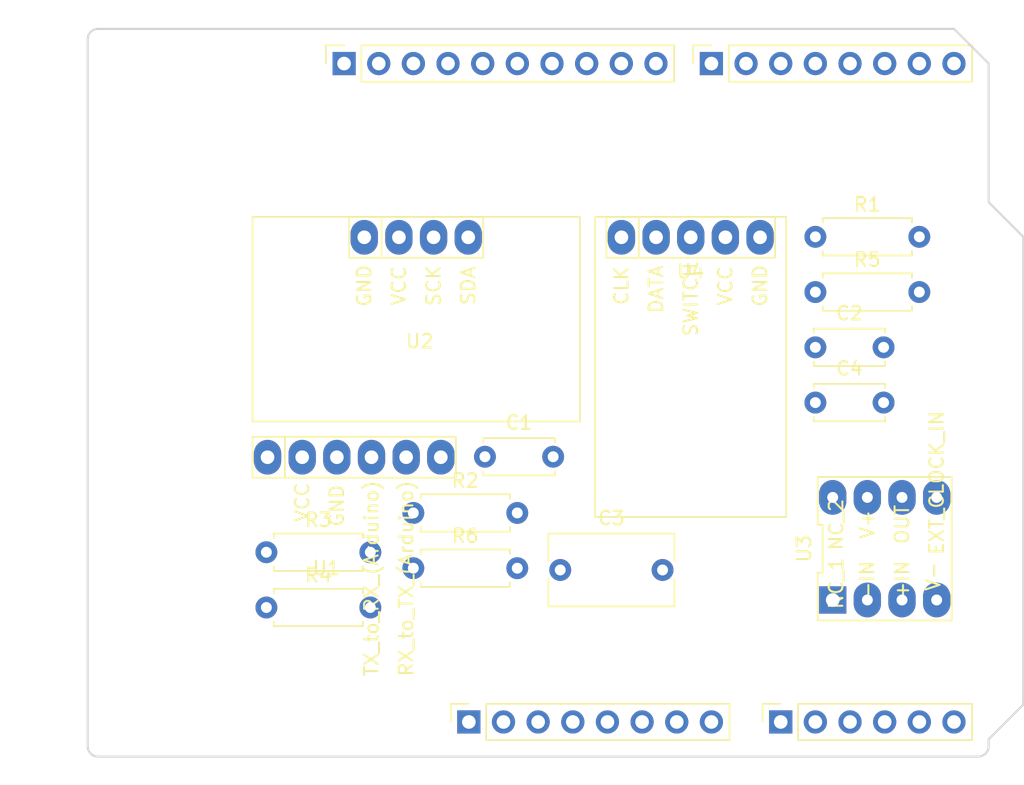
<source format=kicad_pcb>
(kicad_pcb (version 20211014) (generator pcbnew)
  (title_block (date "mar. 31 mars 2015"))
  (layers (0 "F.Cu" signal) (31 "B.Cu" signal) (34 "B.Paste" user) (35 "F.Paste" user) (36 "B.SilkS" user "B.Silkscreen") (37 "F.SilkS" user "F.Silkscreen") (38 "B.Mask" user) (39 "F.Mask" user) (44 "Edge.Cuts" user))
  (net 0 "")
  (net 1 "GND")
  (net 3 "+5V")
  (net 4 "/IOREF")
  (net 5 "Net-(R1-Pad1)")
  (net 6 "/A1")
  (net 7 "/A2")
  (net 8 "/A3")
  (net 9 "IN+")
  (net 10 "Net-(C3-Pad1)")
  (net 11 "/13")
  (net 12 "/12")
  (net 13 "/AREF")
  (net 14 "/8")
  (net 15 "/7")
  (net 16 "IN-")
  (net 17 "ADC")
  (net 18 "/*9")
  (net 19 "SCL")
  (net 20 "/2")
  (net 21 "/*6")
  (net 22 "SDA")
  (net 23 "/TX{slash}1")
  (net 24 "CLK")
  (net 25 "/RX{slash}0")
  (net 26 "+3V3")
  (net 27 "VCC")
  (net 28 "/~{RESET}")
  (net 29 "DATA")
  (net 30 "SWITCH")
  (net 32 "TX_RX")
  (net 33 "RX_TX")
  (footprint "Connector_PinSocket_2.54mm:PinSocket_1x08_P2.54mm_Vertical" (layer "F.Cu") (at 127.94 97.46 90)
    (fp_text reference "J1" hide)
    (fp_text value "Power")
    (fp_line (start -1.33 19.11) (end 1.33 19.11) (layer "F.SilkS") (width 0.12))
    (fp_line (start 1.33 1.27) (end 1.33 19.11) (layer "F.SilkS") (width 0.12))
    (fp_line (start -1.33 1.27) (end 1.33 1.27) (layer "F.SilkS") (width 0.12))
    (fp_line (start 0 -1.33) (end 1.33 -1.33) (layer "F.SilkS") (width 0.12))
    (fp_line (start 1.33 -1.33) (end 1.33 0) (layer "F.SilkS") (width 0.12))
    (fp_line (start -1.33 1.27) (end -1.33 19.11) (layer "F.SilkS") (width 0.12))
    (pad "1" thru_hole rect locked (at 0 0 90) (size 1.7 1.7) (drill 1) (layers *.Cu *.Mask))
    (pad "2" thru_hole oval locked (at 0 2.54 90) (size 1.7 1.7) (drill 1) (layers *.Cu *.Mask) (net 4 "/IOREF"))
    (pad "3" thru_hole oval locked (at 0 5.08 90) (size 1.7 1.7) (drill 1) (layers *.Cu *.Mask) (net 28 "/~{RESET}"))
    (pad "4" thru_hole oval locked (at 0 7.62 90) (size 1.7 1.7) (drill 1) (layers *.Cu *.Mask) (net 26 "+3V3"))
    (pad "5" thru_hole oval locked (at 0 10.16 90) (size 1.7 1.7) (drill 1) (layers *.Cu *.Mask) (net 3 "+5V"))
    (pad "6" thru_hole oval locked (at 0 12.7 90) (size 1.7 1.7) (drill 1) (layers *.Cu *.Mask) (net 1 "GND"))
    (pad "7" thru_hole oval locked (at 0 15.24 90) (size 1.7 1.7) (drill 1) (layers *.Cu *.Mask) (net 1 "GND"))
    (pad "8" thru_hole oval locked (at 0 17.78 90) (size 1.7 1.7) (drill 1) (layers *.Cu *.Mask) (net 27 "VCC"))
  )
  (footprint "Connector_PinSocket_2.54mm:PinSocket_1x06_P2.54mm_Vertical" (layer "F.Cu") (at 150.8 97.46 90)
    (fp_text reference "J3" hide)
    (fp_text value "Analog")
    (fp_line (start 1.33 1.27) (end 1.33 14.03) (layer "F.SilkS") (width 0.12))
    (fp_line (start 0 -1.33) (end 1.33 -1.33) (layer "F.SilkS") (width 0.12))
    (fp_line (start -1.33 1.27) (end 1.33 1.27) (layer "F.SilkS") (width 0.12))
    (fp_line (start -1.33 1.27) (end -1.33 14.03) (layer "F.SilkS") (width 0.12))
    (fp_line (start -1.33 14.03) (end 1.33 14.03) (layer "F.SilkS") (width 0.12))
    (fp_line (start 1.33 -1.33) (end 1.33 0) (layer "F.SilkS") (width 0.12))
    (pad "1" thru_hole rect locked (at 0 0 90) (size 1.7 1.7) (drill 1) (layers *.Cu *.Mask) (net 17 "ADC"))
    (pad "2" thru_hole oval locked (at 0 2.54 90) (size 1.7 1.7) (drill 1) (layers *.Cu *.Mask) (net 6 "/A1"))
    (pad "3" thru_hole oval locked (at 0 5.08 90) (size 1.7 1.7) (drill 1) (layers *.Cu *.Mask) (net 7 "/A2"))
    (pad "4" thru_hole oval locked (at 0 7.62 90) (size 1.7 1.7) (drill 1) (layers *.Cu *.Mask) (net 8 "/A3"))
    (pad "5" thru_hole oval locked (at 0 10.16 90) (size 1.7 1.7) (drill 1) (layers *.Cu *.Mask) (net 22 "SDA"))
    (pad "6" thru_hole oval locked (at 0 12.7 90) (size 1.7 1.7) (drill 1) (layers *.Cu *.Mask) (net 19 "SCL"))
  )
  (footprint "Connector_PinSocket_2.54mm:PinSocket_1x10_P2.54mm_Vertical" (layer "F.Cu") (at 118.796 49.2 90)
    (fp_text reference "J2" hide)
    (fp_text value "Digital/PWM")
    (fp_line (start -1.33 24.19) (end 1.33 24.19) (layer "F.SilkS") (width 0.12))
    (fp_line (start -1.33 1.27) (end -1.33 24.19) (layer "F.SilkS") (width 0.12))
    (fp_line (start 1.33 -1.33) (end 1.33 0) (layer "F.SilkS") (width 0.12))
    (fp_line (start 0 -1.33) (end 1.33 -1.33) (layer "F.SilkS") (width 0.12))
    (fp_line (start 1.33 1.27) (end 1.33 24.19) (layer "F.SilkS") (width 0.12))
    (fp_line (start -1.33 1.27) (end 1.33 1.27) (layer "F.SilkS") (width 0.12))
    (pad "1" thru_hole rect locked (at 0 0 90) (size 1.7 1.7) (drill 1) (layers *.Cu *.Mask) (net 19 "SCL"))
    (pad "2" thru_hole oval locked (at 0 2.54 90) (size 1.7 1.7) (drill 1) (layers *.Cu *.Mask) (net 22 "SDA"))
    (pad "3" thru_hole oval locked (at 0 5.08 90) (size 1.7 1.7) (drill 1) (layers *.Cu *.Mask) (net 13 "/AREF"))
    (pad "4" thru_hole oval locked (at 0 7.62 90) (size 1.7 1.7) (drill 1) (layers *.Cu *.Mask) (net 1 "GND"))
    (pad "5" thru_hole oval locked (at 0 10.16 90) (size 1.7 1.7) (drill 1) (layers *.Cu *.Mask) (net 11 "/13"))
    (pad "6" thru_hole oval locked (at 0 12.7 90) (size 1.7 1.7) (drill 1) (layers *.Cu *.Mask) (net 12 "/12"))
    (pad "7" thru_hole oval locked (at 0 15.24 90) (size 1.7 1.7) (drill 1) (layers *.Cu *.Mask) (net 33 "RX_TX"))
    (pad "8" thru_hole oval locked (at 0 17.78 90) (size 1.7 1.7) (drill 1) (layers *.Cu *.Mask) (net 32 "TX_RX"))
    (pad "9" thru_hole oval locked (at 0 20.32 90) (size 1.7 1.7) (drill 1) (layers *.Cu *.Mask) (net 18 "/*9"))
    (pad "10" thru_hole oval locked (at 0 22.86 90) (size 1.7 1.7) (drill 1) (layers *.Cu *.Mask) (net 14 "/8"))
  )
  (footprint "Connector_PinSocket_2.54mm:PinSocket_1x08_P2.54mm_Vertical" (layer "F.Cu") (at 145.72 49.2 90)
    (fp_text reference "J4" hide)
    (fp_text value "Digital/PWM")
    (fp_line (start -1.33 19.11) (end 1.33 19.11) (layer "F.SilkS") (width 0.12))
    (fp_line (start -1.33 1.27) (end -1.33 19.11) (layer "F.SilkS") (width 0.12))
    (fp_line (start 0 -1.33) (end 1.33 -1.33) (layer "F.SilkS") (width 0.12))
    (fp_line (start -1.33 1.27) (end 1.33 1.27) (layer "F.SilkS") (width 0.12))
    (fp_line (start 1.33 -1.33) (end 1.33 0) (layer "F.SilkS") (width 0.12))
    (fp_line (start 1.33 1.27) (end 1.33 19.11) (layer "F.SilkS") (width 0.12))
    (pad "1" thru_hole rect locked (at 0 0 90) (size 1.7 1.7) (drill 1) (layers *.Cu *.Mask) (net 15 "/7"))
    (pad "2" thru_hole oval locked (at 0 2.54 90) (size 1.7 1.7) (drill 1) (layers *.Cu *.Mask) (net 21 "/*6"))
    (pad "3" thru_hole oval locked (at 0 5.08 90) (size 1.7 1.7) (drill 1) (layers *.Cu *.Mask) (net 30 "SWITCH"))
    (pad "4" thru_hole oval locked (at 0 7.62 90) (size 1.7 1.7) (drill 1) (layers *.Cu *.Mask) (net 29 "DATA"))
    (pad "5" thru_hole oval locked (at 0 10.16 90) (size 1.7 1.7) (drill 1) (layers *.Cu *.Mask) (net 24 "CLK"))
    (pad "6" thru_hole oval locked (at 0 12.7 90) (size 1.7 1.7) (drill 1) (layers *.Cu *.Mask) (net 20 "/2"))
    (pad "7" thru_hole oval locked (at 0 15.24 90) (size 1.7 1.7) (drill 1) (layers *.Cu *.Mask) (net 23 "/TX{slash}1"))
    (pad "8" thru_hole oval locked (at 0 17.78 90) (size 1.7 1.7) (drill 1) (layers *.Cu *.Mask) (net 25 "/RX{slash}0"))
  )
  (footprint "Capacitor_THT:C_Rect_L9.0mm_W5.1mm_P7.50mm_MKT" (layer "F.Cu") (at 134.64 86.32)
    (fp_text reference "C3" (at 3.75 -3.8) (layer "F.SilkS"))
    (fp_text value "1u")
    (fp_line (start -0.87 -2.67) (end 8.37 -2.67) (layer "F.SilkS") (width 0.12))
    (fp_line (start 8.37 -2.67) (end 8.37 -0.665) (layer "F.SilkS") (width 0.12))
    (fp_line (start -0.87 0.665) (end -0.87 2.67) (layer "F.SilkS") (width 0.12))
    (fp_line (start -0.87 -2.67) (end -0.87 -0.665) (layer "F.SilkS") (width 0.12))
    (fp_line (start -0.87 2.67) (end 8.37 2.67) (layer "F.SilkS") (width 0.12))
    (fp_line (start 8.37 0.665) (end 8.37 2.67) (layer "F.SilkS") (width 0.12))
    (pad "1" thru_hole circle (at 0 0) (size 1.6 1.6) (drill 0.8) (layers *.Cu *.Mask) (net 10 "Net-(C3-Pad1)"))
    (pad "2" thru_hole circle (at 7.5 0) (size 1.6 1.6) (drill 0.8) (layers *.Cu *.Mask) (net 16 "IN-"))
  )
  (footprint "Resistor_THT:R_Axial_DIN0207_L6.3mm_D2.5mm_P7.62mm_Horizontal" (layer "F.Cu") (at 123.87 86.19)
    (fp_text reference "R6" (at 3.81 -2.37) (layer "F.SilkS"))
    (fp_text value "1k")
    (fp_line (start 7.08 1.37) (end 7.08 1.04) (layer "F.SilkS") (width 0.12))
    (fp_line (start 0.54 1.04) (end 0.54 1.37) (layer "F.SilkS") (width 0.12))
    (fp_line (start 0.54 1.37) (end 7.08 1.37) (layer "F.SilkS") (width 0.12))
    (fp_line (start 7.08 -1.37) (end 7.08 -1.04) (layer "F.SilkS") (width 0.12))
    (fp_line (start 0.54 -1.37) (end 7.08 -1.37) (layer "F.SilkS") (width 0.12))
    (fp_line (start 0.54 -1.04) (end 0.54 -1.37) (layer "F.SilkS") (width 0.12))
    (pad "1" thru_hole circle (at 0 0) (size 1.6 1.6) (drill 0.8) (layers *.Cu *.Mask) (net 16 "IN-"))
    (pad "2" thru_hole oval (at 7.62 0) (size 1.6 1.6) (drill 0.8) (layers *.Cu *.Mask) (net 1 "GND"))
  )
  (footprint "Kicad_capteur:OLED" (layer "F.Cu") (at 124.085 61.935)
    (fp_text reference "U2" (at 0.254 7.62) (layer "F.SilkS"))
    (fp_text value "OLED")
    (fp_text user "VCC" (at -1.27 3.556 90) (layer "F.SilkS"))
    (fp_text user "GND" (at -3.81 3.556 90) (layer "F.SilkS"))
    (fp_text user "SCK" (at 1.27 3.556 90) (layer "F.SilkS"))
    (fp_text user "SDA" (at 3.81 3.556 90) (layer "F.SilkS"))
    (fp_line (start 4.91 1.5) (end -4.91 1.5) (layer "F.SilkS") (width 0.12))
    (fp_line (start -12 13.5) (end 12 13.5) (layer "F.SilkS") (width 0.12))
    (fp_line (start 12 -1.5) (end 12 13.5) (layer "F.SilkS") (width 0.12))
    (fp_line (start -2.54 -1.5) (end -2.54 1.5) (layer "F.SilkS") (width 0.12))
    (fp_line (start -4.91 -1.5) (end 4.91 -1.5) (layer "F.SilkS") (width 0.12))
    (fp_line (start -12 -1.5) (end -12 13.5) (layer "F.SilkS") (width 0.12))
    (fp_line (start 4.91 -1.5) (end 4.91 1.5) (layer "F.SilkS") (width 0.12))
    (fp_line (start -12 -1.5) (end 12 -1.5) (layer "F.SilkS") (width 0.12))
    (fp_line (start -4.91 1.5) (end -4.91 -1.5) (layer "F.SilkS") (width 0.12))
    (pad "1" thru_hole oval locked (at -3.81 0) (size 2 2.54) (drill 1) (layers *.Cu *.Mask) (net 1 "GND"))
    (pad "2" thru_hole oval locked (at -1.27 0) (size 2 2.54) (drill 1) (layers *.Cu *.Mask) (net 27 "VCC"))
    (pad "3" thru_hole oval locked (at 1.27 0) (size 2 2.54) (drill 1) (layers *.Cu *.Mask) (net 19 "SCL"))
    (pad "4" thru_hole oval locked (at 3.81 0) (size 2 2.54) (drill 1) (layers *.Cu *.Mask) (net 22 "SDA"))
  )
  (footprint "Resistor_THT:R_Axial_DIN0207_L6.3mm_D2.5mm_P7.62mm_Horizontal" (layer "F.Cu") (at 123.87 82.14)
    (fp_text reference "R2" (at 3.81 -2.37) (layer "F.SilkS"))
    (fp_text value "10k")
    (fp_line (start 0.54 -1.04) (end 0.54 -1.37) (layer "F.SilkS") (width 0.12))
    (fp_line (start 0.54 1.04) (end 0.54 1.37) (layer "F.SilkS") (width 0.12))
    (fp_line (start 7.08 -1.37) (end 7.08 -1.04) (layer "F.SilkS") (width 0.12))
    (fp_line (start 0.54 1.37) (end 7.08 1.37) (layer "F.SilkS") (width 0.12))
    (fp_line (start 7.08 1.37) (end 7.08 1.04) (layer "F.SilkS") (width 0.12))
    (fp_line (start 0.54 -1.37) (end 7.08 -1.37) (layer "F.SilkS") (width 0.12))
    (pad "1" thru_hole circle (at 0 0) (size 1.6 1.6) (drill 0.8) (layers *.Cu *.Mask) (net 5 "Net-(R1-Pad1)"))
    (pad "2" thru_hole oval (at 7.62 0) (size 1.6 1.6) (drill 0.8) (layers *.Cu *.Mask) (net 9 "IN+"))
  )
  (footprint "Resistor_THT:R_Axial_DIN0207_L6.3mm_D2.5mm_P7.62mm_Horizontal" (layer "F.Cu") (at 113.1 85.02)
    (fp_text reference "R3" (at 3.81 -2.37) (layer "F.SilkS"))
    (fp_text value "100k")
    (fp_line (start 7.08 -1.37) (end 7.08 -1.04) (layer "F.SilkS") (width 0.12))
    (fp_line (start 0.54 1.04) (end 0.54 1.37) (layer "F.SilkS") (width 0.12))
    (fp_line (start 0.54 1.37) (end 7.08 1.37) (layer "F.SilkS") (width 0.12))
    (fp_line (start 7.08 1.37) (end 7.08 1.04) (layer "F.SilkS") (width 0.12))
    (fp_line (start 0.54 -1.37) (end 7.08 -1.37) (layer "F.SilkS") (width 0.12))
    (fp_line (start 0.54 -1.04) (end 0.54 -1.37) (layer "F.SilkS") (width 0.12))
    (pad "1" thru_hole circle (at 0 0) (size 1.6 1.6) (drill 0.8) (layers *.Cu *.Mask) (net 9 "IN+"))
    (pad "2" thru_hole oval (at 7.62 0) (size 1.6 1.6) (drill 0.8) (layers *.Cu *.Mask) (net 1 "GND"))
  )
  (footprint "Kicad_capteur:KY_040" (layer "F.Cu") (at 144.205 61.935)
    (fp_text reference "U4" (at 0 2.5) (layer "F.SilkS"))
    (fp_text value "Encodeur_rotatoire")
    (fp_text user "GND" (at 5.08 3.556 90) (layer "F.SilkS"))
    (fp_text user "CLK" (at -5.08 3.556 90) (layer "F.SilkS"))
    (fp_text user "VCC" (at 2.54 3.556 90) (layer "F.SilkS"))
    (fp_text user "DATA" (at -2.54 3.81 90) (layer "F.SilkS"))
    (fp_text user "SWITCH" (at 0 4.572 90) (layer "F.SilkS"))
    (fp_line (start 6.18 -1.5) (end 6.18 1.5) (layer "F.SilkS") (width 0.12))
    (fp_line (start -6.18 -1.5) (end 6.18 -1.5) (layer "F.SilkS") (width 0.12))
    (fp_line (start 6.18 1.5) (end -6.18 1.5) (layer "F.SilkS") (width 0.12))
    (fp_line (start 7 -1.5) (end 7 20.5) (layer "F.SilkS") (width 0.12))
    (fp_line (start -7 20.5) (end 7 20.5) (layer "F.SilkS") (width 0.12))
    (fp_line (start -6.18 1.5) (end -6.18 -1.5) (layer "F.SilkS") (width 0.12))
    (fp_line (start -7 -1.5) (end 7 -1.5) (layer "F.SilkS") (width 0.12))
    (fp_line (start -7 -1.5) (end -7 20.5) (layer "F.SilkS") (width 0.12))
    (fp_line (start -3.81 -1.5) (end -3.81 1.5) (layer "F.SilkS") (width 0.12))
    (pad "1" thru_hole oval locked (at -5.08 0) (size 2 2.54) (drill 1) (layers *.Cu *.Mask) (net 24 "CLK"))
    (pad "2" thru_hole oval locked (at -2.54 0) (size 2 2.54) (drill 1) (layers *.Cu *.Mask) (net 29 "DATA"))
    (pad "3" thru_hole oval locked (at 0 0) (size 2 2.54) (drill 1) (layers *.Cu *.Mask) (net 30 "SWITCH"))
    (pad "4" thru_hole oval locked (at 2.54 0) (size 2 2.54) (drill 1) (layers *.Cu *.Mask) (net 27 "VCC"))
    (pad "5" thru_hole oval locked (at 5.08 0) (size 2 2.54) (drill 1) (layers *.Cu *.Mask) (net 1 "GND"))
  )
  (footprint "Arduino_MountingHole:MountingHole_3.2mm" (layer "F.Cu") (at 115.24 49.2)
    (fp_text reference "MH1" hide)
    (fp_text value "MountingHole_3.2mm" hide)
    (pad "" np_thru_hole circle locked (at 0 0) (size 3.2 3.2) (drill 3.2) (layers *.Cu *.Mask))
  )
  (footprint "Kicad_capteur:BLUETOOTH_HC05" (layer "F.Cu") (at 119.535 78.055)
    (fp_text reference "U1" (at -2.032 8.128) (layer "F.SilkS"))
    (fp_text value "Bluetooth")
    (fp_text user "GND" (at -1.27 3.556 90) (layer "F.SilkS"))
    (fp_text user "TX_to_RX_(Arduino)" (at 1.27 8.89 90) (layer "F.SilkS"))
    (fp_text user "RX_to_TX_(Arduino)" (at 3.81 8.89 90) (layer "F.SilkS"))
    (fp_text user "VCC" (at -3.81 3.302 90) (layer "F.SilkS"))
    (fp_line (start 7.45 1.5) (end -7.45 1.5) (layer "F.SilkS") (width 0.12))
    (fp_line (start -7.45 1.5) (end -7.45 -1.5) (layer "F.SilkS") (width 0.12))
    (fp_line (start -5.08 -1.5) (end -5.08 1.5) (layer "F.SilkS") (width 0.12))
    (fp_line (start 7.45 -1.5) (end 7.45 1.5) (layer "F.SilkS") (width 0.12))
    (fp_line (start -7.45 -1.5) (end 7.45 -1.5) (layer "F.SilkS") (width 0.12))
    (pad "1" thru_hole oval locked (at -6.35 0) (size 2 2.54) (drill 1) (layers *.Cu *.Mask))
    (pad "2" thru_hole oval locked (at -3.81 0) (size 2 2.54) (drill 1) (layers *.Cu *.Mask) (net 27 "VCC"))
    (pad "3" thru_hole oval locked (at -1.27 0) (size 2 2.54) (drill 1) (layers *.Cu *.Mask) (net 1 "GND"))
    (pad "4" thru_hole oval locked (at 1.27 0) (size 2 2.54) (drill 1) (layers *.Cu *.Mask) (net 32 "TX_RX"))
    (pad "5" thru_hole oval locked (at 3.81 0) (size 2 2.54) (drill 1) (layers *.Cu *.Mask) (net 33 "RX_TX"))
    (pad "6" thru_hole oval locked (at 6.35 0) (size 2 2.54) (drill 1) (layers *.Cu *.Mask))
  )
  (footprint "Capacitor_THT:C_Disc_D5.0mm_W2.5mm_P5.00mm" (layer "F.Cu") (at 153.34 74.05)
    (fp_text reference "C4" (at 2.5 -2.5) (layer "F.SilkS"))
    (fp_text value "100n")
    (fp_line (start -0.12 1.055) (end -0.12 1.37) (layer "F.SilkS") (width 0.12))
    (fp_line (start -0.12 1.37) (end 5.12 1.37) (layer "F.SilkS") (width 0.12))
    (fp_line (start 5.12 1.055) (end 5.12 1.37) (layer "F.SilkS") (width 0.12))
    (fp_line (start -0.12 -1.37) (end -0.12 -1.055) (layer "F.SilkS") (width 0.12))
    (fp_line (start 5.12 -1.37) (end 5.12 -1.055) (layer "F.SilkS") (width 0.12))
    (fp_line (start -0.12 -1.37) (end 5.12 -1.37) (layer "F.SilkS") (width 0.12))
    (pad "1" thru_hole circle (at 0 0) (size 1.6 1.6) (drill 0.8) (layers *.Cu *.Mask) (net 17 "ADC"))
    (pad "2" thru_hole circle (at 5 0) (size 1.6 1.6) (drill 0.8) (layers *.Cu *.Mask) (net 1 "GND"))
  )
  (footprint "Resistor_THT:R_Axial_DIN0207_L6.3mm_D2.5mm_P7.62mm_Horizontal" (layer "F.Cu") (at 153.34 65.95)
    (fp_text reference "R5" (at 3.81 -2.37) (layer "F.SilkS"))
    (fp_text value "1k")
    (fp_line (start 7.08 -1.37) (end 7.08 -1.04) (layer "F.SilkS") (width 0.12))
    (fp_line (start 0.54 1.37) (end 7.08 1.37) (layer "F.SilkS") (width 0.12))
    (fp_line (start 0.54 -1.04) (end 0.54 -1.37) (layer "F.SilkS") (width 0.12))
    (fp_line (start 7.08 1.37) (end 7.08 1.04) (layer "F.SilkS") (width 0.12))
    (fp_line (start 0.54 1.04) (end 0.54 1.37) (layer "F.SilkS") (width 0.12))
    (fp_line (start 0.54 -1.37) (end 7.08 -1.37) (layer "F.SilkS") (width 0.12))
    (pad "1" thru_hole circle (at 0 0) (size 1.6 1.6) (drill 0.8) (layers *.Cu *.Mask) (net 10 "Net-(C3-Pad1)"))
    (pad "2" thru_hole oval (at 7.62 0) (size 1.6 1.6) (drill 0.8) (layers *.Cu *.Mask) (net 17 "ADC"))
  )
  (footprint "Resistor_THT:R_Axial_DIN0207_L6.3mm_D2.5mm_P7.62mm_Horizontal" (layer "F.Cu") (at 153.34 61.9)
    (fp_text reference "R1" (at 3.81 -2.37) (layer "F.SilkS"))
    (fp_text value "10k")
    (fp_line (start 7.08 1.37) (end 7.08 1.04) (layer "F.SilkS") (width 0.12))
    (fp_line (start 0.54 1.04) (end 0.54 1.37) (layer "F.SilkS") (width 0.12))
    (fp_line (start 7.08 -1.37) (end 7.08 -1.04) (layer "F.SilkS") (width 0.12))
    (fp_line (start 0.54 1.37) (end 7.08 1.37) (layer "F.SilkS") (width 0.12))
    (fp_line (start 0.54 -1.04) (end 0.54 -1.37) (layer "F.SilkS") (width 0.12))
    (fp_line (start 0.54 -1.37) (end 7.08 -1.37) (layer "F.SilkS") (width 0.12))
    (pad "1" thru_hole circle (at 0 0) (size 1.6 1.6) (drill 0.8) (layers *.Cu *.Mask) (net 5 "Net-(R1-Pad1)"))
    (pad "2" thru_hole oval (at 7.62 0) (size 1.6 1.6) (drill 0.8) (layers *.Cu *.Mask) (net 3 "+5V"))
  )
  (footprint "Kicad_capteur:LTC1050" (layer "F.Cu") (at 158.42 84.76)
    (fp_text reference "U3" (at -5.91 0 90) (layer "F.SilkS"))
    (fp_text value "LTC1050")
    (fp_text user "+IN" (at 1.27 2.286 90) (layer "F.SilkS"))
    (fp_text user "EXT_CLOCK_IN" (at 3.81 -4.826 90) (layer "F.SilkS"))
    (fp_text user "V-" (at 3.556 2.032 90) (layer "F.SilkS"))
    (fp_text user "-IN" (at -1.27 2.286 90) (layer "F.SilkS"))
    (fp_text user "V+" (at -1.27 -1.778 90) (layer "F.SilkS"))
    (fp_text user "NC_1" (at -3.556 2.54 90) (layer "F.SilkS"))
    (fp_text user "OUT" (at 1.27 -1.778 90) (layer "F.SilkS"))
    (fp_text user "NC_2" (at -3.556 -1.778 90) (layer "F.SilkS"))
    (fp_line (start -4.55 -1.753333) (end -4.55 1.753333) (layer "F.SilkS") (width 0.12))
    (fp_line (start -4.91 -1.753333) (end -4.55 -1.753333) (layer "F.SilkS") (width 0.12))
    (fp_line (start -4.55 1.753333) (end -4.91 1.753333) (layer "F.SilkS") (width 0.12))
    (fp_line (start -4.91 1.753333) (end -4.91 5.26) (layer "F.SilkS") (width 0.12))
    (fp_line (start -4.91 -5.26) (end -4.91 -1.753333) (layer "F.SilkS") (width 0.12))
    (fp_line (start 4.91 5.26) (end 4.91 -5.26) (layer "F.SilkS") (width 0.12))
    (fp_line (start 4.91 -5.26) (end -4.91 -5.26) (layer "F.SilkS") (width 0.12))
    (fp_line (start -4.91 5.26) (end 4.91 5.26) (layer "F.SilkS") (width 0.12))
    (pad "1" thru_hole rect locked (at -3.81 3.76) (size 2 2) (drill 1) (layers *.Cu *.Mask))
    (pad "2" thru_hole oval locked (at -1.27 3.76) (size 2 2.54) (drill 0.8) (layers *.Cu *.Mask) (net 16 "IN-"))
    (pad "3" thru_hole oval locked (at 1.27 3.76) (size 2 2.54) (drill 0.8) (layers *.Cu *.Mask) (net 9 "IN+"))
    (pad "4" thru_hole oval locked (at 3.81 3.76) (size 2 2.54) (drill 0.8) (layers *.Cu *.Mask) (net 1 "GND"))
    (pad "5" thru_hole oval locked (at 3.81 -3.76) (size 2 2.54) (drill 0.8) (layers *.Cu *.Mask))
    (pad "6" thru_hole oval locked (at 1.27 -3.76) (size 2 2.54) (drill 0.8) (layers *.Cu *.Mask) (net 10 "Net-(C3-Pad1)"))
    (pad "7" thru_hole oval locked (at -1.27 -3.76) (size 2 2.54) (drill 0.8) (layers *.Cu *.Mask) (net 3 "+5V"))
    (pad "8" thru_hole oval locked (at -3.81 -3.76) (size 2 2.54) (drill 0.8) (layers *.Cu *.Mask))
  )
  (footprint "Capacitor_THT:C_Disc_D5.0mm_W2.5mm_P5.00mm" (layer "F.Cu") (at 153.34 70)
    (fp_text reference "C2" (at 2.5 -2.5) (layer "F.SilkS"))
    (fp_text value "100n")
    (fp_line (start -0.12 1.37) (end 5.12 1.37) (layer "F.SilkS") (width 0.12))
    (fp_line (start 5.12 -1.37) (end 5.12 -1.055) (layer "F.SilkS") (width 0.12))
    (fp_line (start -0.12 -1.37) (end 5.12 -1.37) (layer "F.SilkS") (width 0.12))
    (fp_line (start -0.12 1.055) (end -0.12 1.37) (layer "F.SilkS") (width 0.12))
    (fp_line (start 5.12 1.055) (end 5.12 1.37) (layer "F.SilkS") (width 0.12))
    (fp_line (start -0.12 -1.37) (end -0.12 -1.055) (layer "F.SilkS") (width 0.12))
    (pad "1" thru_hole circle (at 0 0) (size 1.6 1.6) (drill 0.8) (layers *.Cu *.Mask) (net 3 "+5V"))
    (pad "2" thru_hole circle (at 5 0) (size 1.6 1.6) (drill 0.8) (layers *.Cu *.Mask) (net 1 "GND"))
  )
  (footprint "Capacitor_THT:C_Disc_D5.0mm_W2.5mm_P5.00mm" (layer "F.Cu") (at 129.12 78.02)
    (fp_text reference "C1" (at 2.5 -2.5) (layer "F.SilkS"))
    (fp_text value "100n")
    (fp_line (start -0.12 1.37) (end 5.12 1.37) (layer "F.SilkS") (width 0.12))
    (fp_line (start -0.12 -1.37) (end 5.12 -1.37) (layer "F.SilkS") (width 0.12))
    (fp_line (start 5.12 1.055) (end 5.12 1.37) (layer "F.SilkS") (width 0.12))
    (fp_line (start 5.12 -1.37) (end 5.12 -1.055) (layer "F.SilkS") (width 0.12))
    (fp_line (start -0.12 -1.37) (end -0.12 -1.055) (layer "F.SilkS") (width 0.12))
    (fp_line (start -0.12 1.055) (end -0.12 1.37) (layer "F.SilkS") (width 0.12))
    (pad "1" thru_hole circle (at 0 0) (size 1.6 1.6) (drill 0.8) (layers *.Cu *.Mask) (net 9 "IN+"))
    (pad "2" thru_hole circle (at 5 0) (size 1.6 1.6) (drill 0.8) (layers *.Cu *.Mask) (net 1 "GND"))
  )
  (footprint "Arduino_MountingHole:MountingHole_3.2mm" (layer "F.Cu") (at 113.97 97.46)
    (fp_text reference "MH2" hide)
    (fp_text value "MountingHole_3.2mm" hide)
    (pad "" np_thru_hole circle locked (at 0 0) (size 3.2 3.2) (drill 3.2) (layers *.Cu *.Mask))
  )
  (footprint "Arduino_MountingHole:MountingHole_3.2mm" (layer "F.Cu") (at 166.04 64.44)
    (fp_text reference "MH3" hide)
    (fp_text value "MountingHole_3.2mm" hide)
    (pad "" np_thru_hole circle locked (at 0 0) (size 3.2 3.2) (drill 3.2) (layers *.Cu *.Mask))
  )
  (footprint "Arduino_MountingHole:MountingHole_3.2mm" (layer "F.Cu") (at 166.04 92.38)
    (fp_text reference "MH4" hide)
    (fp_text value "MountingHole_3.2mm" hide)
    (pad "" np_thru_hole circle locked (at 0 0) (size 3.2 3.2) (drill 3.2) (layers *.Cu *.Mask))
  )
  (footprint "Resistor_THT:R_Axial_DIN0207_L6.3mm_D2.5mm_P7.62mm_Horizontal" (layer "F.Cu") (at 113.1 89.07)
    (fp_text reference "R4" (at 3.81 -2.37) (layer "F.SilkS"))
    (fp_text value "100k")
    (fp_line (start 0.54 1.37) (end 7.08 1.37) (layer "F.SilkS") (width 0.12))
    (fp_line (start 0.54 1.04) (end 0.54 1.37) (layer "F.SilkS") (width 0.12))
    (fp_line (start 0.54 -1.37) (end 7.08 -1.37) (layer "F.SilkS") (width 0.12))
    (fp_line (start 0.54 -1.04) (end 0.54 -1.37) (layer "F.SilkS") (width 0.12))
    (fp_line (start 7.08 1.37) (end 7.08 1.04) (layer "F.SilkS") (width 0.12))
    (fp_line (start 7.08 -1.37) (end 7.08 -1.04) (layer "F.SilkS") (width 0.12))
    (pad "1" thru_hole circle (at 0 0) (size 1.6 1.6) (drill 0.8) (layers *.Cu *.Mask) (net 10 "Net-(C3-Pad1)"))
    (pad "2" thru_hole oval (at 7.62 0) (size 1.6 1.6) (drill 0.8) (layers *.Cu *.Mask) (net 16 "IN-"))
  )
  (gr_line (start 166.04 59.36) (end 168.58 61.9) (layer "Edge.Cuts") (width 0.15))
  (gr_line (start 100 99.238) (end 100 47.422) (layer "Edge.Cuts") (width 0.15))
  (gr_line (start 168.58 61.9) (end 168.58 96.19) (layer "Edge.Cuts") (width 0.15))
  (gr_line (start 165.278 100) (end 100.762 100) (layer "Edge.Cuts") (width 0.15))
  (gr_line (start 100.762 46.66) (end 163.5 46.66) (layer "Edge.Cuts") (width 0.15))
  (gr_arc (start 100.762 100) (mid 100.223185 99.776815) (end 100 99.238) (layer "Edge.Cuts") (width 0.15))
  (gr_line (start 168.58 96.19) (end 166.04 98.73) (layer "Edge.Cuts") (width 0.15))
  (gr_line (start 163.5 46.66) (end 166.04 49.2) (layer "Edge.Cuts") (width 0.15))
  (gr_arc (start 166.04 99.238) (mid 165.816815 99.776815) (end 165.278 100) (layer "Edge.Cuts") (width 0.15))
  (gr_line (start 166.04 49.2) (end 166.04 59.36) (layer "Edge.Cuts") (width 0.15))
  (gr_line (start 166.04 98.73) (end 166.04 99.238) (layer "Edge.Cuts") (width 0.15))
  (gr_arc (start 100 47.422) (mid 100.223185 46.883185) (end 100.762 46.66) (layer "Edge.Cuts") (width 0.15))
)
</source>
